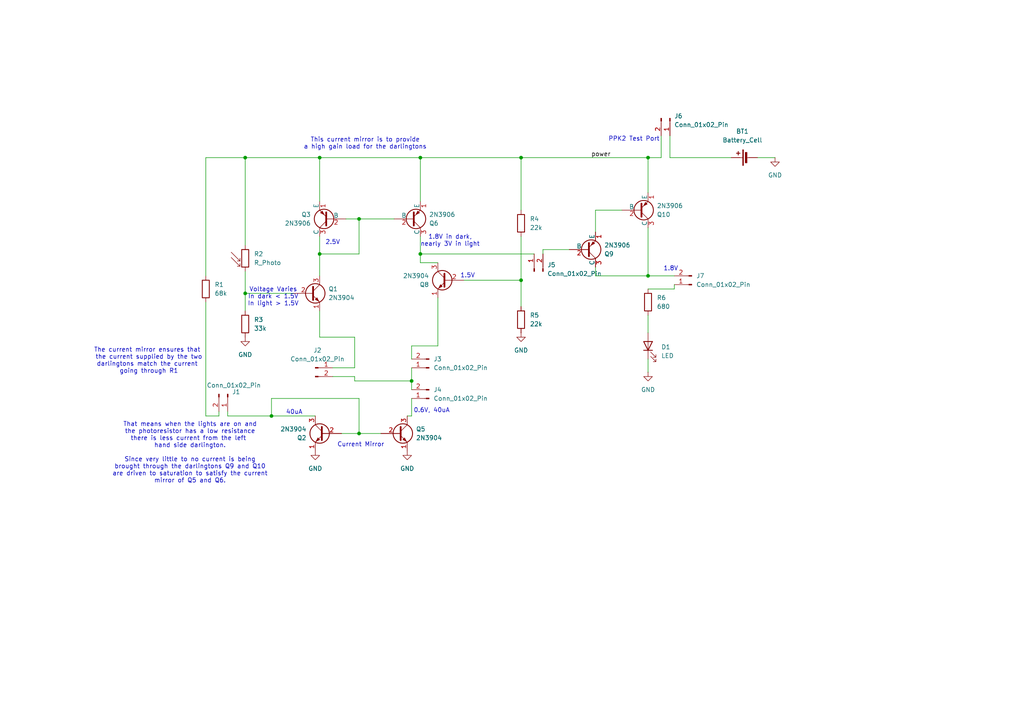
<source format=kicad_sch>
(kicad_sch (version 20231120) (generator "eeschema") (generator_version "8.0")
  (paper "A4")
  (lib_symbols
    (symbol "Connector:Conn_01x02_Pin" (pin_names (offset 1.016) hide)
      (property "Reference" "J" (at 0 2.54 0))
      (property "Value" "Conn_01x02_Pin" (at 0 -5.08 0))
      (symbol "Conn_01x02_Pin_1_1"
        (polyline (pts (xy 1.27 -2.54) (xy 0.8636 -2.54)) (stroke (width 0.1524)))
        (polyline (pts (xy 1.27 0) (xy 0.8636 0)) (stroke (width 0.1524)))
        (rectangle (start 0.8636 -2.413) (end 0 -2.667) (stroke (width 0.1524)) (fill (type outline)))
        (rectangle (start 0.8636 0.127) (end 0 -0.127) (stroke (width 0.1524)) (fill (type outline)))
        (pin passive line (at 5.08 0 180) (length 3.81) (name "Pin_1") (number "1"))
        (pin passive line (at 5.08 -2.54 180) (length 3.81) (name "Pin_2") (number "2"))
      )
    )
    (symbol "Device:Battery_Cell" (pin_numbers hide) (pin_names (offset 0) hide)
      (property "Reference" "BT" (at 2.54 2.54 0))
      (property "Value" "Battery_Cell" (at 2.54 0 0))
      (symbol "Battery_Cell_0_1"
        (rectangle (start -2.286 1.778) (end 2.286 1.524) (fill (type outline)))
        (rectangle (start -1.524 1.016) (end 1.524 0.508) (fill (type outline)))
        (polyline (pts (xy 0 0.762) (xy 0 0)))
        (polyline (pts (xy 0 1.778) (xy 0 2.54)))
        (polyline (pts (xy 0.762 3.048) (xy 1.778 3.048)) (stroke (width 0.254)))
        (polyline (pts (xy 1.27 3.556) (xy 1.27 2.54)) (stroke (width 0.254)))
      )
      (symbol "Battery_Cell_1_1"
        (pin passive line (at 0 5.08 270) (length 2.54) (name "+") (number "1"))
        (pin passive line (at 0 -2.54 90) (length 2.54) (name "-") (number "2"))
      )
    )
    (symbol "Device:LED" (pin_numbers hide) (pin_names (offset 1.016) hide)
      (property "Reference" "D" (at 0 2.54 0))
      (property "Value" "LED" (at 0 -2.54 0))
      (symbol "LED_0_1"
        (polyline (pts (xy -1.27 -1.27) (xy -1.27 1.27)) (stroke (width 0.254)))
        (polyline (pts (xy -1.27 0) (xy 1.27 0)))
        (polyline (pts (xy 1.27 -1.27) (xy 1.27 1.27) (xy -1.27 0) (xy 1.27 -1.27)) (stroke (width 0.254)))
        (polyline (pts (xy -3.048 -0.762) (xy -4.572 -2.286) (xy -3.81 -2.286) (xy -4.572 -2.286) (xy -4.572 -1.524)))
        (polyline (pts (xy -1.778 -0.762) (xy -3.302 -2.286) (xy -2.54 -2.286) (xy -3.302 -2.286) (xy -3.302 -1.524)))
      )
      (symbol "LED_1_1"
        (pin passive line (at -3.81 0 0) (length 2.54) (name "K") (number "1"))
        (pin passive line (at 3.81 0 180) (length 2.54) (name "A") (number "2"))
      )
    )
    (symbol "Device:R" (pin_numbers hide) (pin_names (offset 0))
      (property "Reference" "R" (at 2.032 0 90))
      (property "Value" "R" (at 0 0 90))
      (symbol "R_0_1"
        (rectangle (start -1.016 -2.54) (end 1.016 2.54) (stroke (width 0.254)))
      )
      (symbol "R_1_1"
        (pin passive line (at 0 3.81 270) (length 1.27) (name "~") (number "1"))
        (pin passive line (at 0 -3.81 90) (length 1.27) (name "~") (number "2"))
      )
    )
    (symbol "Device:R_Photo" (pin_numbers hide) (pin_names (offset 0))
      (property "Reference" "R" (at 1.27 1.27 0))
      (property "Value" "R_Photo" (at 1.27 0 0))
      (symbol "R_Photo_0_1"
        (rectangle (start -1.016 2.54) (end 1.016 -2.54) (stroke (width 0.254)))
        (polyline (pts (xy -1.524 -2.286) (xy -4.064 0.254)))
        (polyline (pts (xy -1.524 -2.286) (xy -2.286 -2.286)))
        (polyline (pts (xy -1.524 -2.286) (xy -1.524 -1.524)))
        (polyline (pts (xy -1.524 -0.762) (xy -4.064 1.778)))
        (polyline (pts (xy -1.524 -0.762) (xy -2.286 -0.762)))
        (polyline (pts (xy -1.524 -0.762) (xy -1.524 0)))
      )
      (symbol "R_Photo_1_1"
        (pin passive line (at 0 3.81 270) (length 1.27) (name "~") (number "1"))
        (pin passive line (at 0 -3.81 90) (length 1.27) (name "~") (number "2"))
      )
    )
    (symbol "Transistor_BJT:2N3904" (pin_names (offset 0) hide)
      (property "Reference" "Q" (at 5.08 1.905 0))
      (property "Value" "2N3904" (at 5.08 0 0))
      (symbol "2N3904_0_1"
        (polyline (pts (xy 0.635 0.635) (xy 2.54 2.54)))
        (polyline (pts (xy 0.635 -0.635) (xy 2.54 -2.54) (xy 2.54 -2.54)))
        (polyline (pts (xy 0.635 1.905) (xy 0.635 -1.905) (xy 0.635 -1.905)) (stroke (width 0.508)))
        (polyline (pts (xy 1.27 -1.778) (xy 1.778 -1.27) (xy 2.286 -2.286) (xy 1.27 -1.778) (xy 1.27 -1.778)) (fill (type outline)))
        (circle (center 1.27 0) (radius 2.8194) (stroke (width 0.254)))
      )
      (symbol "2N3904_1_1"
        (pin passive line (at 2.54 -5.08 90) (length 2.54) (name "E") (number "1"))
        (pin passive line (at -5.08 0 0) (length 5.715) (name "B") (number "2"))
        (pin passive line (at 2.54 5.08 270) (length 2.54) (name "C") (number "3"))
      )
    )
    (symbol "Transistor_BJT:2N3906" (pin_names (offset 0))
      (property "Reference" "Q" (at 5.08 1.905 0))
      (property "Value" "2N3906" (at 5.08 0 0))
      (symbol "2N3906_0_1"
        (polyline (pts (xy 0.635 0.635) (xy 2.54 2.54)))
        (polyline (pts (xy 0.635 -0.635) (xy 2.54 -2.54) (xy 2.54 -2.54)))
        (polyline (pts (xy 0.635 1.905) (xy 0.635 -1.905) (xy 0.635 -1.905)) (stroke (width 0.508)))
        (polyline (pts (xy 2.286 -1.778) (xy 1.778 -2.286) (xy 1.27 -1.27) (xy 2.286 -1.778) (xy 2.286 -1.778)) (fill (type outline)))
        (circle (center 1.27 0) (radius 2.8194) (stroke (width 0.254)))
      )
      (symbol "2N3906_1_1"
        (pin passive line (at 2.54 -5.08 90) (length 2.54) (name "E") (number "1"))
        (pin input line (at -5.08 0 0) (length 5.715) (name "B") (number "2"))
        (pin passive line (at 2.54 5.08 270) (length 2.54) (name "C") (number "3"))
      )
    )
    (symbol "power:GND" (power) (pin_numbers hide) (pin_names (offset 0) hide)
      (property "Value" "GND" (at 0 -3.81 0))
      (symbol "GND_0_1"
        (polyline (pts (xy 0 0) (xy 0 -1.27) (xy 1.27 -1.27) (xy 0 -2.54) (xy -1.27 -1.27) (xy 0 -1.27)))
      )
      (symbol "GND_1_1"
        (pin power_in line (at 0 0 270) (length 0) (name "~") (number "1"))
      )
    )
  )
  (junction (at 92.71 45.72))
  (junction (at 187.96 80.01))
  (junction (at 78.74 120.65))
  (junction (at 121.92 45.72))
  (junction (at 71.12 85.09))
  (junction (at 71.12 45.72))
  (junction (at 92.71 73.66))
  (junction (at 121.92 73.66))
  (junction (at 104.14 63.5))
  (junction (at 151.13 81.28))
  (junction (at 151.13 45.72))
  (junction (at 119.38 110.49))
  (junction (at 104.14 125.73))
  (junction (at 187.96 45.72))
  (wire (pts (xy 151.13 45.72) (xy 187.96 45.72)))
  (wire (pts (xy 187.96 83.82) (xy 195.58 83.82)))
  (wire (pts (xy 151.13 68.58) (xy 151.13 81.28)))
  (wire (pts (xy 134.62 81.28) (xy 151.13 81.28)))
  (wire (pts (xy 78.74 120.65) (xy 78.74 115.57)))
  (wire (pts (xy 219.71 45.72) (xy 224.79 45.72)))
  (wire (pts (xy 119.38 106.68) (xy 119.38 110.49)))
  (wire (pts (xy 119.38 110.49) (xy 119.38 113.03)))
  (wire (pts (xy 121.92 45.72) (xy 151.13 45.72)))
  (wire (pts (xy 100.33 63.5) (xy 104.14 63.5)))
  (wire (pts (xy 104.14 63.5) (xy 114.3 63.5)))
  (wire (pts (xy 102.87 109.22) (xy 102.87 110.49)))
  (wire (pts (xy 102.87 97.79) (xy 102.87 106.68)))
  (wire (pts (xy 71.12 78.74) (xy 71.12 85.09)))
  (wire (pts (xy 78.74 120.65) (xy 91.44 120.65)))
  (wire (pts (xy 191.77 45.72) (xy 187.96 45.72)))
  (wire (pts (xy 71.12 85.09) (xy 85.09 85.09)))
  (wire (pts (xy 119.38 120.65) (xy 118.11 120.65)))
  (wire (pts (xy 121.92 73.66) (xy 121.92 76.2)))
  (wire (pts (xy 121.92 45.72) (xy 92.71 45.72)))
  (wire (pts (xy 172.72 60.96) (xy 172.72 67.31)))
  (wire (pts (xy 92.71 73.66) (xy 104.14 73.66)))
  (wire (pts (xy 92.71 97.79) (xy 102.87 97.79)))
  (wire (pts (xy 119.38 115.57) (xy 119.38 120.65)))
  (wire (pts (xy 59.69 87.63) (xy 59.69 120.65)))
  (wire (pts (xy 99.06 125.73) (xy 104.14 125.73)))
  (wire (pts (xy 151.13 81.28) (xy 151.13 88.9)))
  (wire (pts (xy 71.12 45.72) (xy 71.12 71.12)))
  (wire (pts (xy 104.14 115.57) (xy 104.14 125.73)))
  (wire (pts (xy 194.31 45.72) (xy 194.31 39.37)))
  (wire (pts (xy 92.71 45.72) (xy 71.12 45.72)))
  (wire (pts (xy 180.34 60.96) (xy 172.72 60.96)))
  (wire (pts (xy 194.31 45.72) (xy 212.09 45.72)))
  (wire (pts (xy 66.04 120.65) (xy 78.74 120.65)))
  (wire (pts (xy 102.87 110.49) (xy 119.38 110.49)))
  (wire (pts (xy 151.13 45.72) (xy 151.13 60.96)))
  (wire (pts (xy 195.58 83.82) (xy 195.58 82.55)))
  (wire (pts (xy 191.77 39.37) (xy 191.77 45.72)))
  (wire (pts (xy 157.48 72.39) (xy 165.1 72.39)))
  (wire (pts (xy 172.72 80.01) (xy 187.96 80.01)))
  (wire (pts (xy 102.87 106.68) (xy 96.52 106.68)))
  (wire (pts (xy 63.5 119.38) (xy 63.5 120.65)))
  (wire (pts (xy 127 86.36) (xy 127 100.33)))
  (wire (pts (xy 96.52 109.22) (xy 102.87 109.22)))
  (wire (pts (xy 59.69 45.72) (xy 59.69 80.01)))
  (wire (pts (xy 187.96 91.44) (xy 187.96 96.52)))
  (wire (pts (xy 63.5 120.65) (xy 59.69 120.65)))
  (wire (pts (xy 92.71 45.72) (xy 92.71 58.42)))
  (wire (pts (xy 172.72 77.47) (xy 172.72 80.01)))
  (wire (pts (xy 92.71 73.66) (xy 92.71 80.01)))
  (wire (pts (xy 104.14 125.73) (xy 110.49 125.73)))
  (wire (pts (xy 92.71 90.17) (xy 92.71 97.79)))
  (wire (pts (xy 121.92 73.66) (xy 154.94 73.66)))
  (wire (pts (xy 157.48 73.66) (xy 157.48 72.39)))
  (wire (pts (xy 104.14 73.66) (xy 104.14 63.5)))
  (wire (pts (xy 127 100.33) (xy 119.38 100.33)))
  (wire (pts (xy 121.92 68.58) (xy 121.92 73.66)))
  (wire (pts (xy 187.96 80.01) (xy 195.58 80.01)))
  (wire (pts (xy 119.38 100.33) (xy 119.38 104.14)))
  (wire (pts (xy 71.12 85.09) (xy 71.12 90.17)))
  (wire (pts (xy 127 76.2) (xy 121.92 76.2)))
  (wire (pts (xy 187.96 45.72) (xy 187.96 55.88)))
  (wire (pts (xy 66.04 119.38) (xy 66.04 120.65)))
  (wire (pts (xy 121.92 45.72) (xy 121.92 58.42)))
  (wire (pts (xy 187.96 104.14) (xy 187.96 107.95)))
  (wire (pts (xy 187.96 66.04) (xy 187.96 80.01)))
  (wire (pts (xy 78.74 115.57) (xy 104.14 115.57)))
  (wire (pts (xy 71.12 45.72) (xy 59.69 45.72)))
  (wire (pts (xy 92.71 68.58) (xy 92.71 73.66)))
  (text "Voltage Varies\nIn dark < 1.5V\nIn light > 1.5V" (at 79.248 86.106 0) (effects (font (size 1.27 1.27))))
  (text "That means when the lights are on and\nthe photoresistor has a low resistance\nthere is less current from the left \nhand side darlington.\n\nSince very little to no current is being\nbrought through the darlingtons Q9 and Q10\nare driven to saturation to satisfy the current\nmirror of Q5 and Q6." (at 55.118 131.318 0) (effects (font (size 1.27 1.27))))
  (text "1.8V" (at 194.564 77.978 0) (effects (font (size 1.27 1.27))))
  (text "40uA" (at 85.344 119.634 0) (effects (font (size 1.27 1.27))))
  (text "This current mirror is to provide\na high gain load for the darlingtons" (at 105.918 41.656 0) (effects (font (size 1.27 1.27))))
  (text "The current mirror ensures that \nthe current supplied by the two\ndarlingtons match the current \ngoing through R1" (at 43.18 104.648 0) (effects (font (size 1.27 1.27))))
  (text "1.5V" (at 135.636 80.01 0) (effects (font (size 1.27 1.27))))
  (text "2.5V" (at 96.52 70.358 0) (effects (font (size 1.27 1.27))))
  (text "0.6V, 40uA" (at 125.222 119.126 0) (effects (font (size 1.27 1.27))))
  (text "PPK2 Test Port" (at 183.896 40.386 0) (effects (font (size 1.27 1.27))))
  (text "1.8V in dark,\nnearly 3V in light" (at 130.556 69.85 0) (effects (font (size 1.27 1.27))))
  (text "Current Mirror" (at 104.648 129.032 0) (effects (font (size 1.27 1.27))))
  (label "power" (at 171.45 45.72 0))
  (symbol (lib_id "Transistor_BJT:2N3904") (at 129.54 81.28 0) (mirror y) (unit 1)
    (property "Reference" "Q8" (at 124.46 82.5501 0) (effects (justify left)))
    (property "Value" "2N3904" (at 124.46 80.0101 0) (effects (justify left)))
    (property "Footprint" "Package_TO_SOT_THT:TO-92_Inline_Wide" (effects (hide yes)))
    (property "Datasheet" "https://www.digikey.ca/en/products/detail/diotec-semiconductor/2N3904/13164701" (effects (hide yes)))
    (property "Description" "0.2A Ic, 40V Vce, Small Signal NPN Transistor, TO-92" (effects (hide yes)))
    (property "MFG #" "2N3904" (effects (hide yes)))
  )
  (symbol (lib_id "Connector:Conn_01x02_Pin") (at 194.31 34.29 270) (unit 1)
    (property "Reference" "J6" (at 195.58 33.6549 90) (effects (justify left)))
    (property "Value" "Conn_01x02_Pin" (at 195.58 36.1949 90) (effects (justify left)))
    (property "Footprint" "Connector_PinHeader_2.54mm:PinHeader_1x02_P2.54mm_Vertical" (effects (hide yes)))
    (property "Datasheet" "https://www.digikey.ca/en/products/detail/harwin-inc/M20-9990246/3728226" (effects (hide yes)))
    (property "Description" "Generic connector, single row, 01x02, script generated" (effects (hide yes)))
    (property "MFG #" "M20-9990246" (effects (hide yes)))
  )
  (symbol (lib_id "Connector:Conn_01x02_Pin") (at 200.66 82.55 180) (unit 1)
    (property "Reference" "J7" (at 201.93 80.0099 0) (effects (justify right)))
    (property "Value" "Conn_01x02_Pin" (at 201.93 82.5499 0) (effects (justify right)))
    (property "Footprint" "Connector_PinHeader_2.54mm:PinHeader_1x02_P2.54mm_Vertical" (effects (hide yes)))
    (property "Datasheet" "https://www.digikey.ca/en/products/detail/harwin-inc/M20-9990246/3728226" (effects (hide yes)))
    (property "Description" "Generic connector, single row, 01x02, script generated" (effects (hide yes)))
    (property "MFG #" "M20-9990246" (effects (hide yes)))
  )
  (symbol (lib_id "Device:R") (at 71.12 93.98 0) (unit 1)
    (property "Reference" "R3" (at 73.66 92.7099 0) (effects (justify left)))
    (property "Value" "33k" (at 73.66 95.2499 0) (effects (justify left)))
    (property "Footprint" "Resistor_THT:R_Axial_DIN0207_L6.3mm_D2.5mm_P7.62mm_Horizontal" (effects (hide yes)))
    (property "Datasheet" "https://www.digikey.ca/en/products/detail/stackpole-electronics-inc/CFM12JT33K0/1741940" (effects (hide yes)))
    (property "Description" "RES 33K OHM 5% 1/2W AXIAL" (effects (hide yes)))
    (property "MFG #" "CFM12JT33K0" (effects (hide yes)))
  )
  (symbol (lib_id "Transistor_BJT:2N3906") (at 119.38 63.5 0) (mirror x) (unit 1)
    (property "Reference" "Q6" (at 124.46 64.7701 0) (effects (justify left)))
    (property "Value" "2N3906" (at 124.46 62.2301 0) (effects (justify left)))
    (property "Footprint" "Package_TO_SOT_THT:TO-92_Inline_Wide" (effects (hide yes)))
    (property "Datasheet" "https://www.digikey.ca/en/products/detail/diotec-semiconductor/2N3906/22191309" (effects (hide yes)))
    (property "Description" "-0.2A Ic, -40V Vce, Small Signal PNP Transistor, TO-92" (effects (hide yes)))
    (property "MFG #" "2N3906" (effects (hide yes)))
  )
  (symbol (lib_id "Connector:Conn_01x02_Pin") (at 66.04 114.3 270) (unit 1)
    (property "Reference" "J1" (at 67.31 113.6649 90) (effects (justify left)))
    (property "Value" "Conn_01x02_Pin" (at 59.944 111.76 90) (effects (justify left)))
    (property "Footprint" "Connector_PinHeader_2.54mm:PinHeader_1x02_P2.54mm_Vertical" (effects (hide yes)))
    (property "Datasheet" "https://www.digikey.ca/en/products/detail/harwin-inc/M20-9990246/3728226" (effects (hide yes)))
    (property "Description" "Generic connector, single row, 01x02, script generated" (effects (hide yes)))
    (property "MFG #" "M20-9990246" (effects (hide yes)))
  )
  (symbol (lib_id "Connector:Conn_01x02_Pin") (at 154.94 78.74 90) (unit 1)
    (property "Reference" "J5" (at 158.75 76.8349 90) (effects (justify right)))
    (property "Value" "Conn_01x02_Pin" (at 158.75 79.3749 90) (effects (justify right)))
    (property "Footprint" "Connector_PinHeader_2.54mm:PinHeader_1x02_P2.54mm_Vertical" (effects (hide yes)))
    (property "Datasheet" "https://www.digikey.ca/en/products/detail/harwin-inc/M20-9990246/3728226" (effects (hide yes)))
    (property "Description" "Generic connector, single row, 01x02, script generated" (effects (hide yes)))
    (property "MFG #" "M20-9990246" (effects (hide yes)))
  )
  (symbol (lib_id "Connector:Conn_01x02_Pin") (at 124.46 106.68 180) (unit 1)
    (property "Reference" "J3" (at 125.73 104.1399 0) (effects (justify right)))
    (property "Value" "Conn_01x02_Pin" (at 125.73 106.6799 0) (effects (justify right)))
    (property "Footprint" "Connector_PinHeader_2.54mm:PinHeader_1x02_P2.54mm_Vertical" (effects (hide yes)))
    (property "Datasheet" "https://www.digikey.ca/en/products/detail/harwin-inc/M20-9990246/3728226" (effects (hide yes)))
    (property "Description" "Generic connector, single row, 01x02, script generated" (effects (hide yes)))
    (property "MFG #" "M20-9990246" (effects (hide yes)))
  )
  (symbol (lib_id "Transistor_BJT:2N3904") (at 90.17 85.09 0) (unit 1)
    (property "Reference" "Q1" (at 95.25 83.8199 0) (effects (justify left)))
    (property "Value" "2N3904" (at 95.25 86.3599 0) (effects (justify left)))
    (property "Footprint" "Package_TO_SOT_THT:TO-92_Inline_Wide" (effects (hide yes)))
    (property "Datasheet" "https://www.digikey.ca/en/products/detail/diotec-semiconductor/2N3904/13164701" (effects (hide yes)))
    (property "Description" "0.2A Ic, 40V Vce, Small Signal NPN Transistor, TO-92" (effects (hide yes)))
    (property "MFG #" "2N3904" (effects (hide yes)))
  )
  (symbol (lib_id "Transistor_BJT:2N3906") (at 95.25 63.5 180) (unit 1)
    (property "Reference" "Q3" (at 90.17 62.2299 0) (effects (justify left)))
    (property "Value" "2N3906" (at 90.17 64.7699 0) (effects (justify left)))
    (property "Footprint" "Package_TO_SOT_THT:TO-92_Inline_Wide" (effects (hide yes)))
    (property "Datasheet" "https://www.digikey.ca/en/products/detail/diotec-semiconductor/2N3906/22191309" (effects (hide yes)))
    (property "Description" "-0.2A Ic, -40V Vce, Small Signal PNP Transistor, TO-92" (effects (hide yes)))
    (property "MFG #" "2N3906" (effects (hide yes)))
  )
  (symbol (lib_id "Transistor_BJT:2N3904") (at 93.98 125.73 0) (mirror y) (unit 1)
    (property "Reference" "Q2" (at 88.9 127.0001 0) (effects (justify left)))
    (property "Value" "2N3904" (at 88.9 124.4601 0) (effects (justify left)))
    (property "Footprint" "Package_TO_SOT_THT:TO-92_Inline_Wide" (effects (hide yes)))
    (property "Datasheet" "https://www.digikey.ca/en/products/detail/diotec-semiconductor/2N3904/13164701" (effects (hide yes)))
    (property "Description" "0.2A Ic, 40V Vce, Small Signal NPN Transistor, TO-92" (effects (hide yes)))
    (property "MFG #" "2N3904" (effects (hide yes)))
  )
  (symbol (lib_id "power:GND") (at 91.44 130.81 0) (unit 1)
    (property "Reference" "#PWR02" (effects (hide yes)))
    (property "Value" "GND" (at 91.44 135.89 0))
    (property "Description" "Power symbol creates a global label with name \"GND\" , ground" (effects (hide yes)))
  )
  (symbol (lib_id "Device:Battery_Cell") (at 217.17 45.72 90) (unit 1)
    (property "Reference" "BT1" (at 215.3285 38.1 90))
    (property "Value" "Battery_Cell" (at 215.3285 40.64 90))
    (property "Footprint" "Battery:Battery_Panasonic_CR2032-HFN_Horizontal_CircularHoles" (effects (hide yes)))
    (property "Datasheet" "https://www.digikey.ca/en/products/detail/keystone-electronics/1066/303562" (effects (hide yes)))
    (property "Description" "BATTERY HOLDER COIN 20MM PC PIN" (effects (hide yes)))
    (property "MFG #" "1066" (effects (hide yes)))
  )
  (symbol (lib_id "Connector:Conn_01x02_Pin") (at 91.44 106.68 0) (unit 1)
    (property "Reference" "J2" (at 92.075 101.6 0))
    (property "Value" "Conn_01x02_Pin" (at 92.075 104.14 0))
    (property "Footprint" "Connector_PinHeader_2.54mm:PinHeader_1x02_P2.54mm_Vertical" (effects (hide yes)))
    (property "Description" "Generic connector, single row, 01x02, script generated" (effects (hide yes)))
    (property "MFG #" "M20-9990246" (effects (hide yes)))
  )
  (symbol (lib_id "power:GND") (at 71.12 97.79 0) (unit 1)
    (property "Reference" "#PWR01" (effects (hide yes)))
    (property "Value" "GND" (at 71.12 102.87 0))
    (property "Description" "Power symbol creates a global label with name \"GND\" , ground" (effects (hide yes)))
  )
  (symbol (lib_id "power:GND") (at 187.96 107.95 0) (unit 1)
    (property "Reference" "#PWR05" (effects (hide yes)))
    (property "Value" "GND" (at 187.96 113.03 0))
    (property "Description" "Power symbol creates a global label with name \"GND\" , ground" (effects (hide yes)))
  )
  (symbol (lib_id "Device:R") (at 59.69 83.82 0) (unit 1)
    (property "Reference" "R1" (at 62.23 82.5499 0) (effects (justify left)))
    (property "Value" "68k" (at 62.23 85.0899 0) (effects (justify left)))
    (property "Footprint" "Resistor_THT:R_Axial_DIN0207_L6.3mm_D2.5mm_P7.62mm_Horizontal" (effects (hide yes)))
    (property "Datasheet" "https://www.digikey.ca/en/products/detail/yageo/MFR50SFTE52-68K/9151668" (effects (hide yes)))
    (property "Description" "RES 68K OHM 1% 1/2W AXIAL" (effects (hide yes)))
    (property "MFG #" "MFR50SFTE52-68K" (effects (hide yes)))
  )
  (symbol (lib_id "Device:R") (at 187.96 87.63 0) (unit 1)
    (property "Reference" "R6" (at 190.5 86.3599 0) (effects (justify left)))
    (property "Value" "680" (at 190.5 88.8999 0) (effects (justify left)))
    (property "Footprint" "Resistor_THT:R_Axial_DIN0207_L6.3mm_D2.5mm_P7.62mm_Horizontal" (effects (hide yes)))
    (property "Datasheet" "https://www.digikey.ca/en/products/detail/stackpole-electronics-inc/CF14JT680R/1741489" (effects (hide yes)))
    (property "Description" "RES 680 OHM 5% 1/4W AXIAL" (effects (hide yes)))
    (property "MFG #" "CF14JT680R" (effects (hide yes)))
  )
  (symbol (lib_id "Device:LED") (at 187.96 100.33 90) (unit 1)
    (property "Reference" "D1" (at 191.77 100.6474 90) (effects (justify right)))
    (property "Value" "LED" (at 191.77 103.1874 90) (effects (justify right)))
    (property "Footprint" "LED_THT:LED_D5.0mm" (effects (hide yes)))
    (property "Datasheet" "https://www.digikey.ca/en/products/detail/broadcom-limited/HLMP-D150/637587" (effects (hide yes)))
    (property "Description" "LED RED DIFFUSED T-1 3/4 T/H" (effects (hide yes)))
    (property "MFG #" "HLMP-D150" (effects (hide yes)))
  )
  (symbol (lib_id "power:GND") (at 118.11 130.81 0) (unit 1)
    (property "Reference" "#PWR03" (effects (hide yes)))
    (property "Value" "GND" (at 118.11 135.89 0))
    (property "Description" "Power symbol creates a global label with name \"GND\" , ground" (effects (hide yes)))
  )
  (symbol (lib_id "Connector:Conn_01x02_Pin") (at 124.46 115.57 180) (unit 1)
    (property "Reference" "J4" (at 125.73 113.0299 0) (effects (justify right)))
    (property "Value" "Conn_01x02_Pin" (at 125.73 115.5699 0) (effects (justify right)))
    (property "Footprint" "Connector_PinHeader_2.54mm:PinHeader_1x02_P2.54mm_Vertical" (effects (hide yes)))
    (property "Datasheet" "https://www.digikey.ca/en/products/detail/harwin-inc/M20-9990246/3728226" (effects (hide yes)))
    (property "Description" "Generic connector, single row, 01x02, script generated" (effects (hide yes)))
    (property "MFG #" "M20-9990246" (effects (hide yes)))
  )
  (symbol (lib_id "Transistor_BJT:2N3906") (at 185.42 60.96 0) (mirror x) (unit 1)
    (property "Reference" "Q10" (at 190.5 62.2301 0) (effects (justify left)))
    (property "Value" "2N3906" (at 190.5 59.6901 0) (effects (justify left)))
    (property "Footprint" "Package_TO_SOT_THT:TO-92_Inline_Wide" (effects (hide yes)))
    (property "Datasheet" "https://www.digikey.ca/en/products/detail/diotec-semiconductor/2N3906/22191309" (effects (hide yes)))
    (property "Description" "-0.2A Ic, -40V Vce, Small Signal PNP Transistor, TO-92" (effects (hide yes)))
    (property "MFG #" "2N3906" (effects (hide yes)))
  )
  (symbol (lib_id "power:GND") (at 151.13 96.52 0) (unit 1)
    (property "Reference" "#PWR04" (effects (hide yes)))
    (property "Value" "GND" (at 151.13 101.6 0))
    (property "Description" "Power symbol creates a global label with name \"GND\" , ground" (effects (hide yes)))
  )
  (symbol (lib_id "Device:R") (at 151.13 64.77 0) (unit 1)
    (property "Reference" "R4" (at 153.67 63.4999 0) (effects (justify left)))
    (property "Value" "22k" (at 153.67 66.0399 0) (effects (justify left)))
    (property "Footprint" "Resistor_THT:R_Axial_DIN0207_L6.3mm_D2.5mm_P7.62mm_Horizontal" (effects (hide yes)))
    (property "Datasheet" "https://www.digikey.ca/en/products/detail/stackpole-electronics-inc/CF12JT22K0/1741093" (effects (hide yes)))
    (property "Description" "RES 22K OHM 5% 1/2W AXIAL" (effects (hide yes)))
    (property "MFG #" "CF12JT22K0" (effects (hide yes)))
  )
  (symbol (lib_id "power:GND") (at 224.79 45.72 0) (unit 1)
    (property "Reference" "#PWR06" (effects (hide yes)))
    (property "Value" "GND" (at 224.79 50.8 0))
    (property "Description" "Power symbol creates a global label with name \"GND\" , ground" (effects (hide yes)))
  )
  (symbol (lib_id "Device:R_Photo") (at 71.12 74.93 0) (unit 1)
    (property "Reference" "R2" (at 73.66 73.6599 0) (effects (justify left)))
    (property "Value" "R_Photo" (at 73.66 76.1999 0) (effects (justify left)))
    (property "Footprint" "Resistor_THT:R_Axial_DIN0204_L3.6mm_D1.6mm_P5.08mm_Horizontal" (effects (hide yes)))
    (property "Datasheet" "https://www.digikey.ca/en/products/detail/advanced-photonix/PDV-P8104/480611?s=N4IgTCBcDaIAoBEBqBaOAOAjABgCwgF0BfIA" (effects (hide yes)))
    (property "Description" "CDS PHOTORESISTOR 27-60KOHM" (effects (hide yes)))
    (property "MFG #" "PDV-P8104" (effects (hide yes)))
  )
  (symbol (lib_id "Transistor_BJT:2N3904") (at 115.57 125.73 0) (unit 1)
    (property "Reference" "Q5" (at 120.65 124.4599 0) (effects (justify left)))
    (property "Value" "2N3904" (at 120.65 126.9999 0) (effects (justify left)))
    (property "Footprint" "Package_TO_SOT_THT:TO-92_Inline_Wide" (effects (hide yes)))
    (property "Datasheet" "https://www.digikey.ca/en/products/detail/diotec-semiconductor/2N3904/13164701" (effects (hide yes)))
    (property "Description" "0.2A Ic, 40V Vce, Small Signal NPN Transistor, TO-92" (effects (hide yes)))
    (property "MFG #" "2N3904" (effects (hide yes)))
  )
  (symbol (lib_id "Device:R") (at 151.13 92.71 0) (unit 1)
    (property "Reference" "R5" (at 153.67 91.4399 0) (effects (justify left)))
    (property "Value" "22k" (at 153.67 93.9799 0) (effects (justify left)))
    (property "Footprint" "Resistor_THT:R_Axial_DIN0207_L6.3mm_D2.5mm_P7.62mm_Horizontal" (effects (hide yes)))
    (property "Datasheet" "https://www.digikey.ca/en/products/detail/stackpole-electronics-inc/CF12JT22K0/1741093" (effects (hide yes)))
    (property "Description" "RES 22K OHM 5% 1/2W AXIAL" (effects (hide yes)))
    (property "MFG #" "CF12JT22K0" (effects (hide yes)))
  )
  (symbol (lib_id "Transistor_BJT:2N3906") (at 170.18 72.39 0) (mirror x) (unit 1)
    (property "Reference" "Q9" (at 175.26 73.6601 0) (effects (justify left)))
    (property "Value" "2N3906" (at 175.26 71.1201 0) (effects (justify left)))
    (property "Footprint" "Package_TO_SOT_THT:TO-92_Inline_Wide" (effects (hide yes)))
    (property "Datasheet" "https://www.digikey.ca/en/products/detail/diotec-semiconductor/2N3906/22191309" (effects (hide yes)))
    (property "Description" "-0.2A Ic, -40V Vce, Small Signal PNP Transistor, TO-92" (effects (hide yes)))
    (property "MFG #" "2N3906" (effects (hide yes)))
  )
)
</source>
